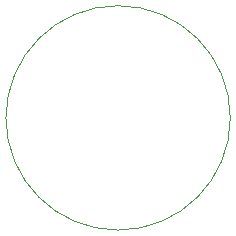
<source format=gbr>
G04 #@! TF.GenerationSoftware,KiCad,Pcbnew,(5.1.5-0-10_14)*
G04 #@! TF.CreationDate,2020-11-16T11:18:29-07:00*
G04 #@! TF.ProjectId,cr2032,63723230-3332-42e6-9b69-6361645f7063,rev?*
G04 #@! TF.SameCoordinates,Original*
G04 #@! TF.FileFunction,Profile,NP*
%FSLAX46Y46*%
G04 Gerber Fmt 4.6, Leading zero omitted, Abs format (unit mm)*
G04 Created by KiCad (PCBNEW (5.1.5-0-10_14)) date 2020-11-16 11:18:29*
%MOMM*%
%LPD*%
G04 APERTURE LIST*
%ADD10C,0.050000*%
G04 APERTURE END LIST*
D10*
X149500000Y-109000000D02*
G75*
G03X149500000Y-109000000I-9500000J0D01*
G01*
M02*

</source>
